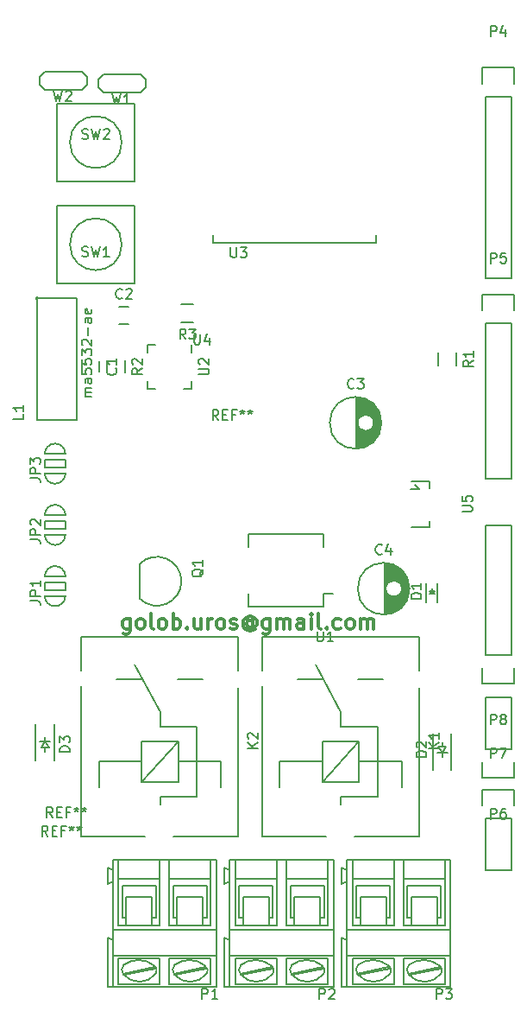
<source format=gbr>
G04 #@! TF.FileFunction,Legend,Top*
%FSLAX46Y46*%
G04 Gerber Fmt 4.6, Leading zero omitted, Abs format (unit mm)*
G04 Created by KiCad (PCBNEW (2015-08-08 BZR 6073)-product) date Wed 12 Aug 2015 11:12:04 CEST*
%MOMM*%
G01*
G04 APERTURE LIST*
%ADD10C,0.100000*%
%ADD11C,0.300000*%
%ADD12C,0.150000*%
%ADD13C,0.152400*%
%ADD14C,0.203200*%
G04 APERTURE END LIST*
D10*
D11*
X30357143Y-92678571D02*
X30357143Y-93892857D01*
X30285714Y-94035714D01*
X30214286Y-94107143D01*
X30071429Y-94178571D01*
X29857143Y-94178571D01*
X29714286Y-94107143D01*
X30357143Y-93607143D02*
X30214286Y-93678571D01*
X29928572Y-93678571D01*
X29785714Y-93607143D01*
X29714286Y-93535714D01*
X29642857Y-93392857D01*
X29642857Y-92964286D01*
X29714286Y-92821429D01*
X29785714Y-92750000D01*
X29928572Y-92678571D01*
X30214286Y-92678571D01*
X30357143Y-92750000D01*
X31285715Y-93678571D02*
X31142857Y-93607143D01*
X31071429Y-93535714D01*
X31000000Y-93392857D01*
X31000000Y-92964286D01*
X31071429Y-92821429D01*
X31142857Y-92750000D01*
X31285715Y-92678571D01*
X31500000Y-92678571D01*
X31642857Y-92750000D01*
X31714286Y-92821429D01*
X31785715Y-92964286D01*
X31785715Y-93392857D01*
X31714286Y-93535714D01*
X31642857Y-93607143D01*
X31500000Y-93678571D01*
X31285715Y-93678571D01*
X32642858Y-93678571D02*
X32500000Y-93607143D01*
X32428572Y-93464286D01*
X32428572Y-92178571D01*
X33428572Y-93678571D02*
X33285714Y-93607143D01*
X33214286Y-93535714D01*
X33142857Y-93392857D01*
X33142857Y-92964286D01*
X33214286Y-92821429D01*
X33285714Y-92750000D01*
X33428572Y-92678571D01*
X33642857Y-92678571D01*
X33785714Y-92750000D01*
X33857143Y-92821429D01*
X33928572Y-92964286D01*
X33928572Y-93392857D01*
X33857143Y-93535714D01*
X33785714Y-93607143D01*
X33642857Y-93678571D01*
X33428572Y-93678571D01*
X34571429Y-93678571D02*
X34571429Y-92178571D01*
X34571429Y-92750000D02*
X34714286Y-92678571D01*
X35000000Y-92678571D01*
X35142857Y-92750000D01*
X35214286Y-92821429D01*
X35285715Y-92964286D01*
X35285715Y-93392857D01*
X35214286Y-93535714D01*
X35142857Y-93607143D01*
X35000000Y-93678571D01*
X34714286Y-93678571D01*
X34571429Y-93607143D01*
X35928572Y-93535714D02*
X36000000Y-93607143D01*
X35928572Y-93678571D01*
X35857143Y-93607143D01*
X35928572Y-93535714D01*
X35928572Y-93678571D01*
X37285715Y-92678571D02*
X37285715Y-93678571D01*
X36642858Y-92678571D02*
X36642858Y-93464286D01*
X36714286Y-93607143D01*
X36857144Y-93678571D01*
X37071429Y-93678571D01*
X37214286Y-93607143D01*
X37285715Y-93535714D01*
X38000001Y-93678571D02*
X38000001Y-92678571D01*
X38000001Y-92964286D02*
X38071429Y-92821429D01*
X38142858Y-92750000D01*
X38285715Y-92678571D01*
X38428572Y-92678571D01*
X39142858Y-93678571D02*
X39000000Y-93607143D01*
X38928572Y-93535714D01*
X38857143Y-93392857D01*
X38857143Y-92964286D01*
X38928572Y-92821429D01*
X39000000Y-92750000D01*
X39142858Y-92678571D01*
X39357143Y-92678571D01*
X39500000Y-92750000D01*
X39571429Y-92821429D01*
X39642858Y-92964286D01*
X39642858Y-93392857D01*
X39571429Y-93535714D01*
X39500000Y-93607143D01*
X39357143Y-93678571D01*
X39142858Y-93678571D01*
X40214286Y-93607143D02*
X40357143Y-93678571D01*
X40642858Y-93678571D01*
X40785715Y-93607143D01*
X40857143Y-93464286D01*
X40857143Y-93392857D01*
X40785715Y-93250000D01*
X40642858Y-93178571D01*
X40428572Y-93178571D01*
X40285715Y-93107143D01*
X40214286Y-92964286D01*
X40214286Y-92892857D01*
X40285715Y-92750000D01*
X40428572Y-92678571D01*
X40642858Y-92678571D01*
X40785715Y-92750000D01*
X42428572Y-92964286D02*
X42357144Y-92892857D01*
X42214287Y-92821429D01*
X42071429Y-92821429D01*
X41928572Y-92892857D01*
X41857144Y-92964286D01*
X41785715Y-93107143D01*
X41785715Y-93250000D01*
X41857144Y-93392857D01*
X41928572Y-93464286D01*
X42071429Y-93535714D01*
X42214287Y-93535714D01*
X42357144Y-93464286D01*
X42428572Y-93392857D01*
X42428572Y-92821429D02*
X42428572Y-93392857D01*
X42500001Y-93464286D01*
X42571429Y-93464286D01*
X42714287Y-93392857D01*
X42785715Y-93250000D01*
X42785715Y-92892857D01*
X42642858Y-92678571D01*
X42428572Y-92535714D01*
X42142858Y-92464286D01*
X41857144Y-92535714D01*
X41642858Y-92678571D01*
X41500001Y-92892857D01*
X41428572Y-93178571D01*
X41500001Y-93464286D01*
X41642858Y-93678571D01*
X41857144Y-93821429D01*
X42142858Y-93892857D01*
X42428572Y-93821429D01*
X42642858Y-93678571D01*
X44071429Y-92678571D02*
X44071429Y-93892857D01*
X44000000Y-94035714D01*
X43928572Y-94107143D01*
X43785715Y-94178571D01*
X43571429Y-94178571D01*
X43428572Y-94107143D01*
X44071429Y-93607143D02*
X43928572Y-93678571D01*
X43642858Y-93678571D01*
X43500000Y-93607143D01*
X43428572Y-93535714D01*
X43357143Y-93392857D01*
X43357143Y-92964286D01*
X43428572Y-92821429D01*
X43500000Y-92750000D01*
X43642858Y-92678571D01*
X43928572Y-92678571D01*
X44071429Y-92750000D01*
X44785715Y-93678571D02*
X44785715Y-92678571D01*
X44785715Y-92821429D02*
X44857143Y-92750000D01*
X45000001Y-92678571D01*
X45214286Y-92678571D01*
X45357143Y-92750000D01*
X45428572Y-92892857D01*
X45428572Y-93678571D01*
X45428572Y-92892857D02*
X45500001Y-92750000D01*
X45642858Y-92678571D01*
X45857143Y-92678571D01*
X46000001Y-92750000D01*
X46071429Y-92892857D01*
X46071429Y-93678571D01*
X47428572Y-93678571D02*
X47428572Y-92892857D01*
X47357143Y-92750000D01*
X47214286Y-92678571D01*
X46928572Y-92678571D01*
X46785715Y-92750000D01*
X47428572Y-93607143D02*
X47285715Y-93678571D01*
X46928572Y-93678571D01*
X46785715Y-93607143D01*
X46714286Y-93464286D01*
X46714286Y-93321429D01*
X46785715Y-93178571D01*
X46928572Y-93107143D01*
X47285715Y-93107143D01*
X47428572Y-93035714D01*
X48142858Y-93678571D02*
X48142858Y-92678571D01*
X48142858Y-92178571D02*
X48071429Y-92250000D01*
X48142858Y-92321429D01*
X48214286Y-92250000D01*
X48142858Y-92178571D01*
X48142858Y-92321429D01*
X49071430Y-93678571D02*
X48928572Y-93607143D01*
X48857144Y-93464286D01*
X48857144Y-92178571D01*
X49642858Y-93535714D02*
X49714286Y-93607143D01*
X49642858Y-93678571D01*
X49571429Y-93607143D01*
X49642858Y-93535714D01*
X49642858Y-93678571D01*
X51000001Y-93607143D02*
X50857144Y-93678571D01*
X50571430Y-93678571D01*
X50428572Y-93607143D01*
X50357144Y-93535714D01*
X50285715Y-93392857D01*
X50285715Y-92964286D01*
X50357144Y-92821429D01*
X50428572Y-92750000D01*
X50571430Y-92678571D01*
X50857144Y-92678571D01*
X51000001Y-92750000D01*
X51857144Y-93678571D02*
X51714286Y-93607143D01*
X51642858Y-93535714D01*
X51571429Y-93392857D01*
X51571429Y-92964286D01*
X51642858Y-92821429D01*
X51714286Y-92750000D01*
X51857144Y-92678571D01*
X52071429Y-92678571D01*
X52214286Y-92750000D01*
X52285715Y-92821429D01*
X52357144Y-92964286D01*
X52357144Y-93392857D01*
X52285715Y-93535714D01*
X52214286Y-93607143D01*
X52071429Y-93678571D01*
X51857144Y-93678571D01*
X53000001Y-93678571D02*
X53000001Y-92678571D01*
X53000001Y-92821429D02*
X53071429Y-92750000D01*
X53214287Y-92678571D01*
X53428572Y-92678571D01*
X53571429Y-92750000D01*
X53642858Y-92892857D01*
X53642858Y-93678571D01*
X53642858Y-92892857D02*
X53714287Y-92750000D01*
X53857144Y-92678571D01*
X54071429Y-92678571D01*
X54214287Y-92750000D01*
X54285715Y-92892857D01*
X54285715Y-93678571D01*
D12*
X27350000Y-68500000D02*
X27350000Y-67500000D01*
X25650000Y-67500000D02*
X25650000Y-68500000D01*
X30250000Y-62150000D02*
X29250000Y-62150000D01*
X29250000Y-63850000D02*
X30250000Y-63850000D01*
X60550000Y-91100000D02*
X60550000Y-89200000D01*
X59450000Y-91100000D02*
X59450000Y-89200000D01*
X60000000Y-90200000D02*
X60000000Y-89750000D01*
X59750000Y-90250000D02*
X60250000Y-90250000D01*
X60000000Y-90250000D02*
X59750000Y-90000000D01*
X59750000Y-90000000D02*
X60250000Y-90000000D01*
X60250000Y-90000000D02*
X60000000Y-90250000D01*
X61000000Y-105182500D02*
X61000000Y-104801500D01*
X61000000Y-106198500D02*
X61000000Y-105817500D01*
X61000000Y-105817500D02*
X60619000Y-105182500D01*
X60619000Y-105182500D02*
X61381000Y-105182500D01*
X61381000Y-105182500D02*
X61000000Y-105817500D01*
X60492000Y-105817500D02*
X61508000Y-105817500D01*
X61900000Y-107500000D02*
X61900000Y-103960000D01*
X60100000Y-107500000D02*
X60100000Y-103960000D01*
X21350000Y-61250000D02*
X25150000Y-61250000D01*
X25150000Y-61250000D02*
X25150000Y-73250000D01*
X25150000Y-73250000D02*
X21250000Y-73250000D01*
X21250000Y-73250000D02*
X21250000Y-61150000D01*
X21250000Y-61150000D02*
X21150000Y-61350000D01*
X37509600Y-119960000D02*
X34969600Y-119960000D01*
X34969600Y-119960000D02*
X34969600Y-122754000D01*
X37509600Y-122754000D02*
X34969600Y-122754000D01*
X37509600Y-119960000D02*
X37509600Y-122754000D01*
X32505800Y-119960000D02*
X29965800Y-119960000D01*
X29965800Y-119960000D02*
X29965800Y-122754000D01*
X32505800Y-122754000D02*
X29965800Y-122754000D01*
X32505800Y-119960000D02*
X32505800Y-122754000D01*
X28645000Y-128723000D02*
X28645000Y-125675000D01*
X28645000Y-128723000D02*
X38830000Y-128723000D01*
X28645000Y-128723000D02*
X28137000Y-128723000D01*
X28137000Y-128723000D02*
X28137000Y-123897000D01*
X28137000Y-123897000D02*
X28645000Y-124151000D01*
X28137000Y-117039000D02*
X28645000Y-117293000D01*
X28645000Y-117293000D02*
X28645000Y-116277000D01*
X28137000Y-118690000D02*
X28645000Y-118436000D01*
X28645000Y-118436000D02*
X28645000Y-117293000D01*
X28137000Y-118690000D02*
X28137000Y-117039000D01*
X33267800Y-116277000D02*
X33267800Y-118182000D01*
X29203800Y-122754000D02*
X29203800Y-118182000D01*
X33267800Y-116277000D02*
X29203800Y-116277000D01*
X29203800Y-116277000D02*
X28645000Y-116277000D01*
X34207600Y-116277000D02*
X34207600Y-118182000D01*
X34207600Y-116277000D02*
X33267800Y-116277000D01*
X38271600Y-122754000D02*
X38271600Y-118182000D01*
X38830000Y-116277000D02*
X38271600Y-116277000D01*
X38271600Y-116277000D02*
X34207600Y-116277000D01*
X33267800Y-118182000D02*
X29203800Y-118182000D01*
X33267800Y-118182000D02*
X33267800Y-122754000D01*
X29203800Y-118182000D02*
X29203800Y-116277000D01*
X34207600Y-118182000D02*
X38271600Y-118182000D01*
X34207600Y-118182000D02*
X34207600Y-122754000D01*
X38271600Y-118182000D02*
X38271600Y-116277000D01*
X29584800Y-118817000D02*
X29584800Y-121992000D01*
X29584800Y-118817000D02*
X32886800Y-118817000D01*
X32886800Y-118817000D02*
X32886800Y-121992000D01*
X34588600Y-118817000D02*
X34588600Y-121992000D01*
X34588600Y-118817000D02*
X37890600Y-118817000D01*
X37890600Y-118817000D02*
X37890600Y-121992000D01*
X37890600Y-121992000D02*
X37509600Y-121992000D01*
X34588600Y-121992000D02*
X34969600Y-121992000D01*
X32886800Y-121992000D02*
X32505800Y-121992000D01*
X29584800Y-121992000D02*
X29965800Y-121992000D01*
X38830000Y-116277000D02*
X38830000Y-123135000D01*
X38830000Y-123135000D02*
X38830000Y-125675000D01*
X28645000Y-124151000D02*
X28645000Y-123135000D01*
X28645000Y-123135000D02*
X28645000Y-118436000D01*
X38830000Y-125675000D02*
X28645000Y-125675000D01*
X38830000Y-125675000D02*
X38830000Y-128723000D01*
X28645000Y-125675000D02*
X28645000Y-124151000D01*
X33267800Y-125929000D02*
X33267800Y-128469000D01*
X33267800Y-128469000D02*
X29203800Y-128469000D01*
X29203800Y-128469000D02*
X29203800Y-125929000D01*
X29203800Y-125929000D02*
X33267800Y-125929000D01*
X34207600Y-125929000D02*
X34207600Y-128469000D01*
X34207600Y-125929000D02*
X38271600Y-125929000D01*
X38271600Y-125929000D02*
X38271600Y-128469000D01*
X34207600Y-128469000D02*
X38271600Y-128469000D01*
X32861400Y-126945000D02*
X29813400Y-127580000D01*
X32734400Y-126818000D02*
X29686400Y-127453000D01*
X37865200Y-126945000D02*
X34814660Y-127580000D01*
X37738200Y-126818000D02*
X34690200Y-127453000D01*
X38271600Y-122754000D02*
X37890600Y-122754000D01*
X34207600Y-122754000D02*
X34588600Y-122754000D01*
X34588600Y-122754000D02*
X37890600Y-122754000D01*
X38830000Y-123135000D02*
X37890600Y-123135000D01*
X37890600Y-123135000D02*
X34588600Y-123135000D01*
X34588600Y-123135000D02*
X32886800Y-123135000D01*
X28645000Y-123135000D02*
X29584800Y-123135000D01*
X29584800Y-123135000D02*
X32886800Y-123135000D01*
X29203800Y-122754000D02*
X29584800Y-122754000D01*
X33267800Y-122754000D02*
X32886800Y-122754000D01*
X32886800Y-122754000D02*
X29584800Y-122754000D01*
X29767028Y-126585430D02*
G75*
G03X29714340Y-127552060I452772J-509430D01*
G01*
X32709728Y-126665104D02*
G75*
G03X29721960Y-126617340I-1524728J-1905496D01*
G01*
X29710589Y-127556844D02*
G75*
G03X32861400Y-127503800I1553151J1348444D01*
G01*
X32810097Y-127553481D02*
G75*
G03X32668360Y-126627500I-431297J407821D01*
G01*
X34770851Y-126582890D02*
G75*
G03X34715600Y-127552060I452749J-511970D01*
G01*
X37710988Y-126665104D02*
G75*
G03X34723220Y-126617340I-1524728J-1905496D01*
G01*
X34708427Y-127561847D02*
G75*
G03X37865200Y-127503800I1554033J1353447D01*
G01*
X37814520Y-127551019D02*
G75*
G03X37669620Y-126627500I-431920J405359D01*
G01*
X49009600Y-119960000D02*
X46469600Y-119960000D01*
X46469600Y-119960000D02*
X46469600Y-122754000D01*
X49009600Y-122754000D02*
X46469600Y-122754000D01*
X49009600Y-119960000D02*
X49009600Y-122754000D01*
X44005800Y-119960000D02*
X41465800Y-119960000D01*
X41465800Y-119960000D02*
X41465800Y-122754000D01*
X44005800Y-122754000D02*
X41465800Y-122754000D01*
X44005800Y-119960000D02*
X44005800Y-122754000D01*
X40145000Y-128723000D02*
X40145000Y-125675000D01*
X40145000Y-128723000D02*
X50330000Y-128723000D01*
X40145000Y-128723000D02*
X39637000Y-128723000D01*
X39637000Y-128723000D02*
X39637000Y-123897000D01*
X39637000Y-123897000D02*
X40145000Y-124151000D01*
X39637000Y-117039000D02*
X40145000Y-117293000D01*
X40145000Y-117293000D02*
X40145000Y-116277000D01*
X39637000Y-118690000D02*
X40145000Y-118436000D01*
X40145000Y-118436000D02*
X40145000Y-117293000D01*
X39637000Y-118690000D02*
X39637000Y-117039000D01*
X44767800Y-116277000D02*
X44767800Y-118182000D01*
X40703800Y-122754000D02*
X40703800Y-118182000D01*
X44767800Y-116277000D02*
X40703800Y-116277000D01*
X40703800Y-116277000D02*
X40145000Y-116277000D01*
X45707600Y-116277000D02*
X45707600Y-118182000D01*
X45707600Y-116277000D02*
X44767800Y-116277000D01*
X49771600Y-122754000D02*
X49771600Y-118182000D01*
X50330000Y-116277000D02*
X49771600Y-116277000D01*
X49771600Y-116277000D02*
X45707600Y-116277000D01*
X44767800Y-118182000D02*
X40703800Y-118182000D01*
X44767800Y-118182000D02*
X44767800Y-122754000D01*
X40703800Y-118182000D02*
X40703800Y-116277000D01*
X45707600Y-118182000D02*
X49771600Y-118182000D01*
X45707600Y-118182000D02*
X45707600Y-122754000D01*
X49771600Y-118182000D02*
X49771600Y-116277000D01*
X41084800Y-118817000D02*
X41084800Y-121992000D01*
X41084800Y-118817000D02*
X44386800Y-118817000D01*
X44386800Y-118817000D02*
X44386800Y-121992000D01*
X46088600Y-118817000D02*
X46088600Y-121992000D01*
X46088600Y-118817000D02*
X49390600Y-118817000D01*
X49390600Y-118817000D02*
X49390600Y-121992000D01*
X49390600Y-121992000D02*
X49009600Y-121992000D01*
X46088600Y-121992000D02*
X46469600Y-121992000D01*
X44386800Y-121992000D02*
X44005800Y-121992000D01*
X41084800Y-121992000D02*
X41465800Y-121992000D01*
X50330000Y-116277000D02*
X50330000Y-123135000D01*
X50330000Y-123135000D02*
X50330000Y-125675000D01*
X40145000Y-124151000D02*
X40145000Y-123135000D01*
X40145000Y-123135000D02*
X40145000Y-118436000D01*
X50330000Y-125675000D02*
X40145000Y-125675000D01*
X50330000Y-125675000D02*
X50330000Y-128723000D01*
X40145000Y-125675000D02*
X40145000Y-124151000D01*
X44767800Y-125929000D02*
X44767800Y-128469000D01*
X44767800Y-128469000D02*
X40703800Y-128469000D01*
X40703800Y-128469000D02*
X40703800Y-125929000D01*
X40703800Y-125929000D02*
X44767800Y-125929000D01*
X45707600Y-125929000D02*
X45707600Y-128469000D01*
X45707600Y-125929000D02*
X49771600Y-125929000D01*
X49771600Y-125929000D02*
X49771600Y-128469000D01*
X45707600Y-128469000D02*
X49771600Y-128469000D01*
X44361400Y-126945000D02*
X41313400Y-127580000D01*
X44234400Y-126818000D02*
X41186400Y-127453000D01*
X49365200Y-126945000D02*
X46314660Y-127580000D01*
X49238200Y-126818000D02*
X46190200Y-127453000D01*
X49771600Y-122754000D02*
X49390600Y-122754000D01*
X45707600Y-122754000D02*
X46088600Y-122754000D01*
X46088600Y-122754000D02*
X49390600Y-122754000D01*
X50330000Y-123135000D02*
X49390600Y-123135000D01*
X49390600Y-123135000D02*
X46088600Y-123135000D01*
X46088600Y-123135000D02*
X44386800Y-123135000D01*
X40145000Y-123135000D02*
X41084800Y-123135000D01*
X41084800Y-123135000D02*
X44386800Y-123135000D01*
X40703800Y-122754000D02*
X41084800Y-122754000D01*
X44767800Y-122754000D02*
X44386800Y-122754000D01*
X44386800Y-122754000D02*
X41084800Y-122754000D01*
X41267028Y-126585430D02*
G75*
G03X41214340Y-127552060I452772J-509430D01*
G01*
X44209728Y-126665104D02*
G75*
G03X41221960Y-126617340I-1524728J-1905496D01*
G01*
X41210589Y-127556844D02*
G75*
G03X44361400Y-127503800I1553151J1348444D01*
G01*
X44310097Y-127553481D02*
G75*
G03X44168360Y-126627500I-431297J407821D01*
G01*
X46270851Y-126582890D02*
G75*
G03X46215600Y-127552060I452749J-511970D01*
G01*
X49210988Y-126665104D02*
G75*
G03X46223220Y-126617340I-1524728J-1905496D01*
G01*
X46208427Y-127561847D02*
G75*
G03X49365200Y-127503800I1554033J1353447D01*
G01*
X49314520Y-127551019D02*
G75*
G03X49169620Y-126627500I-431920J405359D01*
G01*
X60509600Y-119960000D02*
X57969600Y-119960000D01*
X57969600Y-119960000D02*
X57969600Y-122754000D01*
X60509600Y-122754000D02*
X57969600Y-122754000D01*
X60509600Y-119960000D02*
X60509600Y-122754000D01*
X55505800Y-119960000D02*
X52965800Y-119960000D01*
X52965800Y-119960000D02*
X52965800Y-122754000D01*
X55505800Y-122754000D02*
X52965800Y-122754000D01*
X55505800Y-119960000D02*
X55505800Y-122754000D01*
X51645000Y-128723000D02*
X51645000Y-125675000D01*
X51645000Y-128723000D02*
X61830000Y-128723000D01*
X51645000Y-128723000D02*
X51137000Y-128723000D01*
X51137000Y-128723000D02*
X51137000Y-123897000D01*
X51137000Y-123897000D02*
X51645000Y-124151000D01*
X51137000Y-117039000D02*
X51645000Y-117293000D01*
X51645000Y-117293000D02*
X51645000Y-116277000D01*
X51137000Y-118690000D02*
X51645000Y-118436000D01*
X51645000Y-118436000D02*
X51645000Y-117293000D01*
X51137000Y-118690000D02*
X51137000Y-117039000D01*
X56267800Y-116277000D02*
X56267800Y-118182000D01*
X52203800Y-122754000D02*
X52203800Y-118182000D01*
X56267800Y-116277000D02*
X52203800Y-116277000D01*
X52203800Y-116277000D02*
X51645000Y-116277000D01*
X57207600Y-116277000D02*
X57207600Y-118182000D01*
X57207600Y-116277000D02*
X56267800Y-116277000D01*
X61271600Y-122754000D02*
X61271600Y-118182000D01*
X61830000Y-116277000D02*
X61271600Y-116277000D01*
X61271600Y-116277000D02*
X57207600Y-116277000D01*
X56267800Y-118182000D02*
X52203800Y-118182000D01*
X56267800Y-118182000D02*
X56267800Y-122754000D01*
X52203800Y-118182000D02*
X52203800Y-116277000D01*
X57207600Y-118182000D02*
X61271600Y-118182000D01*
X57207600Y-118182000D02*
X57207600Y-122754000D01*
X61271600Y-118182000D02*
X61271600Y-116277000D01*
X52584800Y-118817000D02*
X52584800Y-121992000D01*
X52584800Y-118817000D02*
X55886800Y-118817000D01*
X55886800Y-118817000D02*
X55886800Y-121992000D01*
X57588600Y-118817000D02*
X57588600Y-121992000D01*
X57588600Y-118817000D02*
X60890600Y-118817000D01*
X60890600Y-118817000D02*
X60890600Y-121992000D01*
X60890600Y-121992000D02*
X60509600Y-121992000D01*
X57588600Y-121992000D02*
X57969600Y-121992000D01*
X55886800Y-121992000D02*
X55505800Y-121992000D01*
X52584800Y-121992000D02*
X52965800Y-121992000D01*
X61830000Y-116277000D02*
X61830000Y-123135000D01*
X61830000Y-123135000D02*
X61830000Y-125675000D01*
X51645000Y-124151000D02*
X51645000Y-123135000D01*
X51645000Y-123135000D02*
X51645000Y-118436000D01*
X61830000Y-125675000D02*
X51645000Y-125675000D01*
X61830000Y-125675000D02*
X61830000Y-128723000D01*
X51645000Y-125675000D02*
X51645000Y-124151000D01*
X56267800Y-125929000D02*
X56267800Y-128469000D01*
X56267800Y-128469000D02*
X52203800Y-128469000D01*
X52203800Y-128469000D02*
X52203800Y-125929000D01*
X52203800Y-125929000D02*
X56267800Y-125929000D01*
X57207600Y-125929000D02*
X57207600Y-128469000D01*
X57207600Y-125929000D02*
X61271600Y-125929000D01*
X61271600Y-125929000D02*
X61271600Y-128469000D01*
X57207600Y-128469000D02*
X61271600Y-128469000D01*
X55861400Y-126945000D02*
X52813400Y-127580000D01*
X55734400Y-126818000D02*
X52686400Y-127453000D01*
X60865200Y-126945000D02*
X57814660Y-127580000D01*
X60738200Y-126818000D02*
X57690200Y-127453000D01*
X61271600Y-122754000D02*
X60890600Y-122754000D01*
X57207600Y-122754000D02*
X57588600Y-122754000D01*
X57588600Y-122754000D02*
X60890600Y-122754000D01*
X61830000Y-123135000D02*
X60890600Y-123135000D01*
X60890600Y-123135000D02*
X57588600Y-123135000D01*
X57588600Y-123135000D02*
X55886800Y-123135000D01*
X51645000Y-123135000D02*
X52584800Y-123135000D01*
X52584800Y-123135000D02*
X55886800Y-123135000D01*
X52203800Y-122754000D02*
X52584800Y-122754000D01*
X56267800Y-122754000D02*
X55886800Y-122754000D01*
X55886800Y-122754000D02*
X52584800Y-122754000D01*
X52767028Y-126585430D02*
G75*
G03X52714340Y-127552060I452772J-509430D01*
G01*
X55709728Y-126665104D02*
G75*
G03X52721960Y-126617340I-1524728J-1905496D01*
G01*
X52710589Y-127556844D02*
G75*
G03X55861400Y-127503800I1553151J1348444D01*
G01*
X55810097Y-127553481D02*
G75*
G03X55668360Y-126627500I-431297J407821D01*
G01*
X57770851Y-126582890D02*
G75*
G03X57715600Y-127552060I452749J-511970D01*
G01*
X60710988Y-126665104D02*
G75*
G03X57723220Y-126617340I-1524728J-1905496D01*
G01*
X57708427Y-127561847D02*
G75*
G03X60865200Y-127503800I1554033J1353447D01*
G01*
X60814520Y-127551019D02*
G75*
G03X60669620Y-126627500I-431920J405359D01*
G01*
X67770000Y-41520000D02*
X67770000Y-59300000D01*
X67770000Y-59300000D02*
X65230000Y-59300000D01*
X65230000Y-59300000D02*
X65230000Y-41520000D01*
X68050000Y-38700000D02*
X68050000Y-40250000D01*
X67770000Y-41520000D02*
X65230000Y-41520000D01*
X64950000Y-40250000D02*
X64950000Y-38700000D01*
X64950000Y-38700000D02*
X68050000Y-38700000D01*
X67770000Y-63770000D02*
X67770000Y-79010000D01*
X67770000Y-79010000D02*
X65230000Y-79010000D01*
X65230000Y-79010000D02*
X65230000Y-63770000D01*
X68050000Y-60950000D02*
X68050000Y-62500000D01*
X67770000Y-63770000D02*
X65230000Y-63770000D01*
X64950000Y-62500000D02*
X64950000Y-60950000D01*
X64950000Y-60950000D02*
X68050000Y-60950000D01*
X67770000Y-105480000D02*
X67770000Y-100400000D01*
X67770000Y-100400000D02*
X65230000Y-100400000D01*
X65230000Y-100400000D02*
X65230000Y-105480000D01*
X64950000Y-108300000D02*
X64950000Y-106750000D01*
X65230000Y-105480000D02*
X67770000Y-105480000D01*
X68050000Y-106750000D02*
X68050000Y-108300000D01*
X68050000Y-108300000D02*
X64950000Y-108300000D01*
X65230000Y-112270000D02*
X65230000Y-117350000D01*
X65230000Y-117350000D02*
X67770000Y-117350000D01*
X67770000Y-117350000D02*
X67770000Y-112270000D01*
X68050000Y-109450000D02*
X68050000Y-111000000D01*
X67770000Y-112270000D02*
X65230000Y-112270000D01*
X64950000Y-111000000D02*
X64950000Y-109450000D01*
X64950000Y-109450000D02*
X68050000Y-109450000D01*
X65230000Y-96230000D02*
X65230000Y-83530000D01*
X65230000Y-83530000D02*
X67770000Y-83530000D01*
X67770000Y-83530000D02*
X67770000Y-96230000D01*
X64950000Y-99050000D02*
X64950000Y-97500000D01*
X65230000Y-96230000D02*
X67770000Y-96230000D01*
X68050000Y-97500000D02*
X68050000Y-99050000D01*
X68050000Y-99050000D02*
X64950000Y-99050000D01*
X31300000Y-87320000D02*
X31300000Y-90720000D01*
X31302944Y-87322944D02*
G75*
G02X35400000Y-89020000I1697056J-1697056D01*
G01*
X31302944Y-90717056D02*
G75*
G03X35400000Y-89020000I1697056J1697056D01*
G01*
X60625000Y-67850000D02*
X60625000Y-66650000D01*
X62375000Y-66650000D02*
X62375000Y-67850000D01*
X28125000Y-68600000D02*
X28125000Y-67400000D01*
X29875000Y-67400000D02*
X29875000Y-68600000D01*
X35400000Y-61875000D02*
X36600000Y-61875000D01*
X36600000Y-63625000D02*
X35400000Y-63625000D01*
X29540000Y-56000000D02*
G75*
G03X29540000Y-56000000I-2540000J0D01*
G01*
X30810000Y-59810000D02*
X23190000Y-59810000D01*
X23190000Y-59810000D02*
X23190000Y-52190000D01*
X23190000Y-52190000D02*
X30810000Y-52190000D01*
X30810000Y-59810000D02*
X30810000Y-52190000D01*
X29540000Y-46000000D02*
G75*
G03X29540000Y-46000000I-2540000J0D01*
G01*
X23190000Y-42190000D02*
X30810000Y-42190000D01*
X30810000Y-42190000D02*
X30810000Y-49810000D01*
X30810000Y-49810000D02*
X23190000Y-49810000D01*
X23190000Y-42190000D02*
X23190000Y-49810000D01*
X49365000Y-91545000D02*
X49365000Y-90275000D01*
X42015000Y-91545000D02*
X42015000Y-90275000D01*
X42015000Y-84415000D02*
X42015000Y-85685000D01*
X49365000Y-84415000D02*
X49365000Y-85685000D01*
X49365000Y-91545000D02*
X42015000Y-91545000D01*
X49365000Y-84415000D02*
X42015000Y-84415000D01*
X49365000Y-90275000D02*
X50300000Y-90275000D01*
X36425000Y-70175000D02*
X35625000Y-70175000D01*
X32075000Y-65825000D02*
X32875000Y-65825000D01*
X32075000Y-70175000D02*
X32875000Y-70175000D01*
X36425000Y-65825000D02*
X36425000Y-66625000D01*
X32075000Y-65825000D02*
X32075000Y-66625000D01*
X32075000Y-70175000D02*
X32075000Y-69375000D01*
X36425000Y-70175000D02*
X36425000Y-69375000D01*
D13*
X38484000Y-55109000D02*
X38484000Y-55871000D01*
X38484000Y-55871000D02*
X54486000Y-55871000D01*
X54486000Y-55871000D02*
X54486000Y-55109000D01*
D12*
X58299340Y-79600080D02*
X58599060Y-79849000D01*
X58599060Y-79849000D02*
X58748920Y-79950600D01*
X58748920Y-79950600D02*
X57900560Y-79950600D01*
X59800480Y-79249560D02*
X57999620Y-79249560D01*
X59800480Y-79249560D02*
X59800480Y-79899800D01*
X59800480Y-83750440D02*
X57999620Y-83750440D01*
X59800480Y-83750440D02*
X59800480Y-83100200D01*
X31405000Y-41139000D02*
X27722000Y-41139000D01*
X27722000Y-41139000D02*
X27214000Y-40631000D01*
X27214000Y-40631000D02*
X27214000Y-39869000D01*
X27214000Y-39869000D02*
X27722000Y-39361000D01*
X27722000Y-39361000D02*
X31405000Y-39361000D01*
X31405000Y-39361000D02*
X31913000Y-39869000D01*
X31913000Y-39869000D02*
X31913000Y-40631000D01*
X31913000Y-40631000D02*
X31405000Y-41139000D01*
X25655000Y-40889000D02*
X21972000Y-40889000D01*
X21972000Y-40889000D02*
X21464000Y-40381000D01*
X21464000Y-40381000D02*
X21464000Y-39619000D01*
X21464000Y-39619000D02*
X21972000Y-39111000D01*
X21972000Y-39111000D02*
X25655000Y-39111000D01*
X25655000Y-39111000D02*
X26163000Y-39619000D01*
X26163000Y-39619000D02*
X26163000Y-40381000D01*
X26163000Y-40381000D02*
X25655000Y-40889000D01*
D14*
X24000000Y-89100000D02*
X22000000Y-89100000D01*
X22000000Y-89100000D02*
X22000000Y-89900000D01*
X22000000Y-89900000D02*
X24000000Y-89900000D01*
X24000000Y-89900000D02*
X24000000Y-89100000D01*
X21984000Y-90454000D02*
X24016000Y-90454000D01*
X24016000Y-88546000D02*
X21984000Y-88546000D01*
X21984000Y-90454000D02*
G75*
G03X23000000Y-91470000I1016000J0D01*
G01*
X23000000Y-91470000D02*
G75*
G03X24016000Y-90454000I0J1016000D01*
G01*
X24016000Y-88546000D02*
G75*
G03X23000000Y-87530000I-1016000J0D01*
G01*
X23000000Y-87530000D02*
G75*
G03X21984000Y-88546000I0J-1016000D01*
G01*
X24000000Y-83100000D02*
X22000000Y-83100000D01*
X22000000Y-83100000D02*
X22000000Y-83900000D01*
X22000000Y-83900000D02*
X24000000Y-83900000D01*
X24000000Y-83900000D02*
X24000000Y-83100000D01*
X21984000Y-84454000D02*
X24016000Y-84454000D01*
X24016000Y-82546000D02*
X21984000Y-82546000D01*
X21984000Y-84454000D02*
G75*
G03X23000000Y-85470000I1016000J0D01*
G01*
X23000000Y-85470000D02*
G75*
G03X24016000Y-84454000I0J1016000D01*
G01*
X24016000Y-82546000D02*
G75*
G03X23000000Y-81530000I-1016000J0D01*
G01*
X23000000Y-81530000D02*
G75*
G03X21984000Y-82546000I0J-1016000D01*
G01*
X24000000Y-77100000D02*
X22000000Y-77100000D01*
X22000000Y-77100000D02*
X22000000Y-77900000D01*
X22000000Y-77900000D02*
X24000000Y-77900000D01*
X24000000Y-77900000D02*
X24000000Y-77100000D01*
X21984000Y-78454000D02*
X24016000Y-78454000D01*
X24016000Y-76546000D02*
X21984000Y-76546000D01*
X21984000Y-78454000D02*
G75*
G03X23000000Y-79470000I1016000J0D01*
G01*
X23000000Y-79470000D02*
G75*
G03X24016000Y-78454000I0J1016000D01*
G01*
X24016000Y-76546000D02*
G75*
G03X23000000Y-75530000I-1016000J0D01*
G01*
X23000000Y-75530000D02*
G75*
G03X21984000Y-76546000I0J-1016000D01*
G01*
D12*
X52575000Y-71001000D02*
X52575000Y-75999000D01*
X52715000Y-71009000D02*
X52715000Y-73346000D01*
X52715000Y-73654000D02*
X52715000Y-75991000D01*
X52855000Y-71025000D02*
X52855000Y-73027000D01*
X52855000Y-73973000D02*
X52855000Y-75975000D01*
X52995000Y-71049000D02*
X52995000Y-72880000D01*
X52995000Y-74120000D02*
X52995000Y-75951000D01*
X53135000Y-71082000D02*
X53135000Y-72788000D01*
X53135000Y-74212000D02*
X53135000Y-75918000D01*
X53275000Y-71123000D02*
X53275000Y-72732000D01*
X53275000Y-74268000D02*
X53275000Y-75877000D01*
X53415000Y-71173000D02*
X53415000Y-72705000D01*
X53415000Y-74295000D02*
X53415000Y-75827000D01*
X53555000Y-71234000D02*
X53555000Y-72702000D01*
X53555000Y-74298000D02*
X53555000Y-75766000D01*
X53695000Y-71304000D02*
X53695000Y-72724000D01*
X53695000Y-74276000D02*
X53695000Y-75696000D01*
X53835000Y-71386000D02*
X53835000Y-72774000D01*
X53835000Y-74226000D02*
X53835000Y-75614000D01*
X53975000Y-71481000D02*
X53975000Y-72856000D01*
X53975000Y-74144000D02*
X53975000Y-75519000D01*
X54115000Y-71592000D02*
X54115000Y-72988000D01*
X54115000Y-74012000D02*
X54115000Y-75408000D01*
X54255000Y-71720000D02*
X54255000Y-73235000D01*
X54255000Y-73765000D02*
X54255000Y-75280000D01*
X54395000Y-71869000D02*
X54395000Y-75131000D01*
X54535000Y-72048000D02*
X54535000Y-74952000D01*
X54675000Y-72267000D02*
X54675000Y-74733000D01*
X54815000Y-72556000D02*
X54815000Y-74444000D01*
X54955000Y-73028000D02*
X54955000Y-73972000D01*
X54300000Y-73500000D02*
G75*
G03X54300000Y-73500000I-800000J0D01*
G01*
X55037500Y-73500000D02*
G75*
G03X55037500Y-73500000I-2537500J0D01*
G01*
X55325000Y-87251000D02*
X55325000Y-92249000D01*
X55465000Y-87259000D02*
X55465000Y-89596000D01*
X55465000Y-89904000D02*
X55465000Y-92241000D01*
X55605000Y-87275000D02*
X55605000Y-89277000D01*
X55605000Y-90223000D02*
X55605000Y-92225000D01*
X55745000Y-87299000D02*
X55745000Y-89130000D01*
X55745000Y-90370000D02*
X55745000Y-92201000D01*
X55885000Y-87332000D02*
X55885000Y-89038000D01*
X55885000Y-90462000D02*
X55885000Y-92168000D01*
X56025000Y-87373000D02*
X56025000Y-88982000D01*
X56025000Y-90518000D02*
X56025000Y-92127000D01*
X56165000Y-87423000D02*
X56165000Y-88955000D01*
X56165000Y-90545000D02*
X56165000Y-92077000D01*
X56305000Y-87484000D02*
X56305000Y-88952000D01*
X56305000Y-90548000D02*
X56305000Y-92016000D01*
X56445000Y-87554000D02*
X56445000Y-88974000D01*
X56445000Y-90526000D02*
X56445000Y-91946000D01*
X56585000Y-87636000D02*
X56585000Y-89024000D01*
X56585000Y-90476000D02*
X56585000Y-91864000D01*
X56725000Y-87731000D02*
X56725000Y-89106000D01*
X56725000Y-90394000D02*
X56725000Y-91769000D01*
X56865000Y-87842000D02*
X56865000Y-89238000D01*
X56865000Y-90262000D02*
X56865000Y-91658000D01*
X57005000Y-87970000D02*
X57005000Y-89485000D01*
X57005000Y-90015000D02*
X57005000Y-91530000D01*
X57145000Y-88119000D02*
X57145000Y-91381000D01*
X57285000Y-88298000D02*
X57285000Y-91202000D01*
X57425000Y-88517000D02*
X57425000Y-90983000D01*
X57565000Y-88806000D02*
X57565000Y-90694000D01*
X57705000Y-89278000D02*
X57705000Y-90222000D01*
X57050000Y-89750000D02*
G75*
G03X57050000Y-89750000I-800000J0D01*
G01*
X57787500Y-89750000D02*
G75*
G03X57787500Y-89750000I-2537500J0D01*
G01*
X58700000Y-97750000D02*
X58700000Y-94450000D01*
X58700000Y-94450000D02*
X43300000Y-94450000D01*
X43300000Y-94450000D02*
X43300000Y-97800000D01*
X52350000Y-114050000D02*
X58700000Y-114050000D01*
X58700000Y-114050000D02*
X58700000Y-99500000D01*
X49600000Y-114050000D02*
X43300000Y-114050000D01*
X43300000Y-114050000D02*
X43300000Y-99300000D01*
X43350000Y-114050000D02*
X49600000Y-114050000D01*
X55200000Y-98600000D02*
X52750000Y-98600000D01*
X46800000Y-98600000D02*
X49300000Y-98600000D01*
X57050000Y-109200000D02*
X57050000Y-106700000D01*
X51050000Y-110100000D02*
X51050000Y-110900000D01*
X45050000Y-106700000D02*
X45050000Y-109200000D01*
X51050000Y-103300000D02*
X51050000Y-101800000D01*
X51050000Y-101800000D02*
X48550000Y-97200000D01*
X54650000Y-103300000D02*
X54650000Y-110100000D01*
X51050000Y-103300000D02*
X54650000Y-103300000D01*
X51050000Y-110100000D02*
X54650000Y-110100000D01*
X45050000Y-106700000D02*
X49250000Y-106700000D01*
X52850000Y-106700000D02*
X57050000Y-106700000D01*
X52850000Y-104700000D02*
X49250000Y-108700000D01*
X52850000Y-108700000D02*
X49250000Y-108700000D01*
X49250000Y-108700000D02*
X49250000Y-104700000D01*
X49250000Y-104700000D02*
X52850000Y-104700000D01*
X52850000Y-104700000D02*
X52850000Y-108700000D01*
X40950000Y-97750000D02*
X40950000Y-94450000D01*
X40950000Y-94450000D02*
X25550000Y-94450000D01*
X25550000Y-94450000D02*
X25550000Y-97800000D01*
X34600000Y-114050000D02*
X40950000Y-114050000D01*
X40950000Y-114050000D02*
X40950000Y-99500000D01*
X31850000Y-114050000D02*
X25550000Y-114050000D01*
X25550000Y-114050000D02*
X25550000Y-99300000D01*
X25600000Y-114050000D02*
X31850000Y-114050000D01*
X37450000Y-98600000D02*
X35000000Y-98600000D01*
X29050000Y-98600000D02*
X31550000Y-98600000D01*
X39300000Y-109200000D02*
X39300000Y-106700000D01*
X33300000Y-110100000D02*
X33300000Y-110900000D01*
X27300000Y-106700000D02*
X27300000Y-109200000D01*
X33300000Y-103300000D02*
X33300000Y-101800000D01*
X33300000Y-101800000D02*
X30800000Y-97200000D01*
X36900000Y-103300000D02*
X36900000Y-110100000D01*
X33300000Y-103300000D02*
X36900000Y-103300000D01*
X33300000Y-110100000D02*
X36900000Y-110100000D01*
X27300000Y-106700000D02*
X31500000Y-106700000D01*
X35100000Y-106700000D02*
X39300000Y-106700000D01*
X35100000Y-104700000D02*
X31500000Y-108700000D01*
X35100000Y-108700000D02*
X31500000Y-108700000D01*
X31500000Y-108700000D02*
X31500000Y-104700000D01*
X31500000Y-104700000D02*
X35100000Y-104700000D01*
X35100000Y-104700000D02*
X35100000Y-108700000D01*
X22000000Y-105317500D02*
X22000000Y-105698500D01*
X22000000Y-104301500D02*
X22000000Y-104682500D01*
X22000000Y-104682500D02*
X22381000Y-105317500D01*
X22381000Y-105317500D02*
X21619000Y-105317500D01*
X21619000Y-105317500D02*
X22000000Y-104682500D01*
X22508000Y-104682500D02*
X21492000Y-104682500D01*
X21100000Y-103000000D02*
X21100000Y-106540000D01*
X22900000Y-103000000D02*
X22900000Y-106540000D01*
X28957143Y-68166666D02*
X29004762Y-68214285D01*
X29052381Y-68357142D01*
X29052381Y-68452380D01*
X29004762Y-68595238D01*
X28909524Y-68690476D01*
X28814286Y-68738095D01*
X28623810Y-68785714D01*
X28480952Y-68785714D01*
X28290476Y-68738095D01*
X28195238Y-68690476D01*
X28100000Y-68595238D01*
X28052381Y-68452380D01*
X28052381Y-68357142D01*
X28100000Y-68214285D01*
X28147619Y-68166666D01*
X29052381Y-67214285D02*
X29052381Y-67785714D01*
X29052381Y-67500000D02*
X28052381Y-67500000D01*
X28195238Y-67595238D01*
X28290476Y-67690476D01*
X28338095Y-67785714D01*
X29583334Y-61257143D02*
X29535715Y-61304762D01*
X29392858Y-61352381D01*
X29297620Y-61352381D01*
X29154762Y-61304762D01*
X29059524Y-61209524D01*
X29011905Y-61114286D01*
X28964286Y-60923810D01*
X28964286Y-60780952D01*
X29011905Y-60590476D01*
X29059524Y-60495238D01*
X29154762Y-60400000D01*
X29297620Y-60352381D01*
X29392858Y-60352381D01*
X29535715Y-60400000D01*
X29583334Y-60447619D01*
X29964286Y-60447619D02*
X30011905Y-60400000D01*
X30107143Y-60352381D01*
X30345239Y-60352381D01*
X30440477Y-60400000D01*
X30488096Y-60447619D01*
X30535715Y-60542857D01*
X30535715Y-60638095D01*
X30488096Y-60780952D01*
X29916667Y-61352381D01*
X30535715Y-61352381D01*
X58952381Y-90738095D02*
X57952381Y-90738095D01*
X57952381Y-90500000D01*
X58000000Y-90357142D01*
X58095238Y-90261904D01*
X58190476Y-90214285D01*
X58380952Y-90166666D01*
X58523810Y-90166666D01*
X58714286Y-90214285D01*
X58809524Y-90261904D01*
X58904762Y-90357142D01*
X58952381Y-90500000D01*
X58952381Y-90738095D01*
X58952381Y-89214285D02*
X58952381Y-89785714D01*
X58952381Y-89500000D02*
X57952381Y-89500000D01*
X58095238Y-89595238D01*
X58190476Y-89690476D01*
X58238095Y-89785714D01*
X59452381Y-106238095D02*
X58452381Y-106238095D01*
X58452381Y-106000000D01*
X58500000Y-105857142D01*
X58595238Y-105761904D01*
X58690476Y-105714285D01*
X58880952Y-105666666D01*
X59023810Y-105666666D01*
X59214286Y-105714285D01*
X59309524Y-105761904D01*
X59404762Y-105857142D01*
X59452381Y-106000000D01*
X59452381Y-106238095D01*
X58547619Y-105285714D02*
X58500000Y-105238095D01*
X58452381Y-105142857D01*
X58452381Y-104904761D01*
X58500000Y-104809523D01*
X58547619Y-104761904D01*
X58642857Y-104714285D01*
X58738095Y-104714285D01*
X58880952Y-104761904D01*
X59452381Y-105333333D01*
X59452381Y-104714285D01*
X19902381Y-72616666D02*
X19902381Y-73092857D01*
X18902381Y-73092857D01*
X19902381Y-71759523D02*
X19902381Y-72330952D01*
X19902381Y-72045238D02*
X18902381Y-72045238D01*
X19045238Y-72140476D01*
X19140476Y-72235714D01*
X19188095Y-72330952D01*
X26602381Y-70935714D02*
X25935714Y-70935714D01*
X26030952Y-70935714D02*
X25983333Y-70888095D01*
X25935714Y-70792857D01*
X25935714Y-70649999D01*
X25983333Y-70554761D01*
X26078571Y-70507142D01*
X26602381Y-70507142D01*
X26078571Y-70507142D02*
X25983333Y-70459523D01*
X25935714Y-70364285D01*
X25935714Y-70221428D01*
X25983333Y-70126190D01*
X26078571Y-70078571D01*
X26602381Y-70078571D01*
X26602381Y-69173809D02*
X26078571Y-69173809D01*
X25983333Y-69221428D01*
X25935714Y-69316666D01*
X25935714Y-69507143D01*
X25983333Y-69602381D01*
X26554762Y-69173809D02*
X26602381Y-69269047D01*
X26602381Y-69507143D01*
X26554762Y-69602381D01*
X26459524Y-69650000D01*
X26364286Y-69650000D01*
X26269048Y-69602381D01*
X26221429Y-69507143D01*
X26221429Y-69269047D01*
X26173810Y-69173809D01*
X25602381Y-68221428D02*
X25602381Y-68697619D01*
X26078571Y-68745238D01*
X26030952Y-68697619D01*
X25983333Y-68602381D01*
X25983333Y-68364285D01*
X26030952Y-68269047D01*
X26078571Y-68221428D01*
X26173810Y-68173809D01*
X26411905Y-68173809D01*
X26507143Y-68221428D01*
X26554762Y-68269047D01*
X26602381Y-68364285D01*
X26602381Y-68602381D01*
X26554762Y-68697619D01*
X26507143Y-68745238D01*
X25602381Y-67269047D02*
X25602381Y-67745238D01*
X26078571Y-67792857D01*
X26030952Y-67745238D01*
X25983333Y-67650000D01*
X25983333Y-67411904D01*
X26030952Y-67316666D01*
X26078571Y-67269047D01*
X26173810Y-67221428D01*
X26411905Y-67221428D01*
X26507143Y-67269047D01*
X26554762Y-67316666D01*
X26602381Y-67411904D01*
X26602381Y-67650000D01*
X26554762Y-67745238D01*
X26507143Y-67792857D01*
X25602381Y-66888095D02*
X25602381Y-66269047D01*
X25983333Y-66602381D01*
X25983333Y-66459523D01*
X26030952Y-66364285D01*
X26078571Y-66316666D01*
X26173810Y-66269047D01*
X26411905Y-66269047D01*
X26507143Y-66316666D01*
X26554762Y-66364285D01*
X26602381Y-66459523D01*
X26602381Y-66745238D01*
X26554762Y-66840476D01*
X26507143Y-66888095D01*
X25697619Y-65888095D02*
X25650000Y-65840476D01*
X25602381Y-65745238D01*
X25602381Y-65507142D01*
X25650000Y-65411904D01*
X25697619Y-65364285D01*
X25792857Y-65316666D01*
X25888095Y-65316666D01*
X26030952Y-65364285D01*
X26602381Y-65935714D01*
X26602381Y-65316666D01*
X26221429Y-64888095D02*
X26221429Y-64126190D01*
X26602381Y-63221428D02*
X26078571Y-63221428D01*
X25983333Y-63269047D01*
X25935714Y-63364285D01*
X25935714Y-63554762D01*
X25983333Y-63650000D01*
X26554762Y-63221428D02*
X26602381Y-63316666D01*
X26602381Y-63554762D01*
X26554762Y-63650000D01*
X26459524Y-63697619D01*
X26364286Y-63697619D01*
X26269048Y-63650000D01*
X26221429Y-63554762D01*
X26221429Y-63316666D01*
X26173810Y-63221428D01*
X26554762Y-62364285D02*
X26602381Y-62459523D01*
X26602381Y-62650000D01*
X26554762Y-62745238D01*
X26459524Y-62792857D01*
X26078571Y-62792857D01*
X25983333Y-62745238D01*
X25935714Y-62650000D01*
X25935714Y-62459523D01*
X25983333Y-62364285D01*
X26078571Y-62316666D01*
X26173810Y-62316666D01*
X26269048Y-62792857D01*
X37431905Y-129937381D02*
X37431905Y-128937381D01*
X37812858Y-128937381D01*
X37908096Y-128985000D01*
X37955715Y-129032619D01*
X38003334Y-129127857D01*
X38003334Y-129270714D01*
X37955715Y-129365952D01*
X37908096Y-129413571D01*
X37812858Y-129461190D01*
X37431905Y-129461190D01*
X38955715Y-129937381D02*
X38384286Y-129937381D01*
X38670000Y-129937381D02*
X38670000Y-128937381D01*
X38574762Y-129080238D01*
X38479524Y-129175476D01*
X38384286Y-129223095D01*
X48931905Y-129937381D02*
X48931905Y-128937381D01*
X49312858Y-128937381D01*
X49408096Y-128985000D01*
X49455715Y-129032619D01*
X49503334Y-129127857D01*
X49503334Y-129270714D01*
X49455715Y-129365952D01*
X49408096Y-129413571D01*
X49312858Y-129461190D01*
X48931905Y-129461190D01*
X49884286Y-129032619D02*
X49931905Y-128985000D01*
X50027143Y-128937381D01*
X50265239Y-128937381D01*
X50360477Y-128985000D01*
X50408096Y-129032619D01*
X50455715Y-129127857D01*
X50455715Y-129223095D01*
X50408096Y-129365952D01*
X49836667Y-129937381D01*
X50455715Y-129937381D01*
X60431905Y-129937381D02*
X60431905Y-128937381D01*
X60812858Y-128937381D01*
X60908096Y-128985000D01*
X60955715Y-129032619D01*
X61003334Y-129127857D01*
X61003334Y-129270714D01*
X60955715Y-129365952D01*
X60908096Y-129413571D01*
X60812858Y-129461190D01*
X60431905Y-129461190D01*
X61336667Y-128937381D02*
X61955715Y-128937381D01*
X61622381Y-129318333D01*
X61765239Y-129318333D01*
X61860477Y-129365952D01*
X61908096Y-129413571D01*
X61955715Y-129508810D01*
X61955715Y-129746905D01*
X61908096Y-129842143D01*
X61860477Y-129889762D01*
X61765239Y-129937381D01*
X61479524Y-129937381D01*
X61384286Y-129889762D01*
X61336667Y-129842143D01*
X65761905Y-35602381D02*
X65761905Y-34602381D01*
X66142858Y-34602381D01*
X66238096Y-34650000D01*
X66285715Y-34697619D01*
X66333334Y-34792857D01*
X66333334Y-34935714D01*
X66285715Y-35030952D01*
X66238096Y-35078571D01*
X66142858Y-35126190D01*
X65761905Y-35126190D01*
X67190477Y-34935714D02*
X67190477Y-35602381D01*
X66952381Y-34554762D02*
X66714286Y-35269048D01*
X67333334Y-35269048D01*
X65761905Y-57852381D02*
X65761905Y-56852381D01*
X66142858Y-56852381D01*
X66238096Y-56900000D01*
X66285715Y-56947619D01*
X66333334Y-57042857D01*
X66333334Y-57185714D01*
X66285715Y-57280952D01*
X66238096Y-57328571D01*
X66142858Y-57376190D01*
X65761905Y-57376190D01*
X67238096Y-56852381D02*
X66761905Y-56852381D01*
X66714286Y-57328571D01*
X66761905Y-57280952D01*
X66857143Y-57233333D01*
X67095239Y-57233333D01*
X67190477Y-57280952D01*
X67238096Y-57328571D01*
X67285715Y-57423810D01*
X67285715Y-57661905D01*
X67238096Y-57757143D01*
X67190477Y-57804762D01*
X67095239Y-57852381D01*
X66857143Y-57852381D01*
X66761905Y-57804762D01*
X66714286Y-57757143D01*
X65761905Y-112302381D02*
X65761905Y-111302381D01*
X66142858Y-111302381D01*
X66238096Y-111350000D01*
X66285715Y-111397619D01*
X66333334Y-111492857D01*
X66333334Y-111635714D01*
X66285715Y-111730952D01*
X66238096Y-111778571D01*
X66142858Y-111826190D01*
X65761905Y-111826190D01*
X67190477Y-111302381D02*
X67000000Y-111302381D01*
X66904762Y-111350000D01*
X66857143Y-111397619D01*
X66761905Y-111540476D01*
X66714286Y-111730952D01*
X66714286Y-112111905D01*
X66761905Y-112207143D01*
X66809524Y-112254762D01*
X66904762Y-112302381D01*
X67095239Y-112302381D01*
X67190477Y-112254762D01*
X67238096Y-112207143D01*
X67285715Y-112111905D01*
X67285715Y-111873810D01*
X67238096Y-111778571D01*
X67190477Y-111730952D01*
X67095239Y-111683333D01*
X66904762Y-111683333D01*
X66809524Y-111730952D01*
X66761905Y-111778571D01*
X66714286Y-111873810D01*
X65761905Y-106352381D02*
X65761905Y-105352381D01*
X66142858Y-105352381D01*
X66238096Y-105400000D01*
X66285715Y-105447619D01*
X66333334Y-105542857D01*
X66333334Y-105685714D01*
X66285715Y-105780952D01*
X66238096Y-105828571D01*
X66142858Y-105876190D01*
X65761905Y-105876190D01*
X66666667Y-105352381D02*
X67333334Y-105352381D01*
X66904762Y-106352381D01*
X65761905Y-103052381D02*
X65761905Y-102052381D01*
X66142858Y-102052381D01*
X66238096Y-102100000D01*
X66285715Y-102147619D01*
X66333334Y-102242857D01*
X66333334Y-102385714D01*
X66285715Y-102480952D01*
X66238096Y-102528571D01*
X66142858Y-102576190D01*
X65761905Y-102576190D01*
X66904762Y-102480952D02*
X66809524Y-102433333D01*
X66761905Y-102385714D01*
X66714286Y-102290476D01*
X66714286Y-102242857D01*
X66761905Y-102147619D01*
X66809524Y-102100000D01*
X66904762Y-102052381D01*
X67095239Y-102052381D01*
X67190477Y-102100000D01*
X67238096Y-102147619D01*
X67285715Y-102242857D01*
X67285715Y-102290476D01*
X67238096Y-102385714D01*
X67190477Y-102433333D01*
X67095239Y-102480952D01*
X66904762Y-102480952D01*
X66809524Y-102528571D01*
X66761905Y-102576190D01*
X66714286Y-102671429D01*
X66714286Y-102861905D01*
X66761905Y-102957143D01*
X66809524Y-103004762D01*
X66904762Y-103052381D01*
X67095239Y-103052381D01*
X67190477Y-103004762D01*
X67238096Y-102957143D01*
X67285715Y-102861905D01*
X67285715Y-102671429D01*
X67238096Y-102576190D01*
X67190477Y-102528571D01*
X67095239Y-102480952D01*
X37547619Y-87845238D02*
X37500000Y-87940476D01*
X37404762Y-88035714D01*
X37261905Y-88178571D01*
X37214286Y-88273810D01*
X37214286Y-88369048D01*
X37452381Y-88321429D02*
X37404762Y-88416667D01*
X37309524Y-88511905D01*
X37119048Y-88559524D01*
X36785714Y-88559524D01*
X36595238Y-88511905D01*
X36500000Y-88416667D01*
X36452381Y-88321429D01*
X36452381Y-88130952D01*
X36500000Y-88035714D01*
X36595238Y-87940476D01*
X36785714Y-87892857D01*
X37119048Y-87892857D01*
X37309524Y-87940476D01*
X37404762Y-88035714D01*
X37452381Y-88130952D01*
X37452381Y-88321429D01*
X37452381Y-86940476D02*
X37452381Y-87511905D01*
X37452381Y-87226191D02*
X36452381Y-87226191D01*
X36595238Y-87321429D01*
X36690476Y-87416667D01*
X36738095Y-87511905D01*
X64052381Y-67416666D02*
X63576190Y-67750000D01*
X64052381Y-67988095D02*
X63052381Y-67988095D01*
X63052381Y-67607142D01*
X63100000Y-67511904D01*
X63147619Y-67464285D01*
X63242857Y-67416666D01*
X63385714Y-67416666D01*
X63480952Y-67464285D01*
X63528571Y-67511904D01*
X63576190Y-67607142D01*
X63576190Y-67988095D01*
X64052381Y-66464285D02*
X64052381Y-67035714D01*
X64052381Y-66750000D02*
X63052381Y-66750000D01*
X63195238Y-66845238D01*
X63290476Y-66940476D01*
X63338095Y-67035714D01*
X31552381Y-68166666D02*
X31076190Y-68500000D01*
X31552381Y-68738095D02*
X30552381Y-68738095D01*
X30552381Y-68357142D01*
X30600000Y-68261904D01*
X30647619Y-68214285D01*
X30742857Y-68166666D01*
X30885714Y-68166666D01*
X30980952Y-68214285D01*
X31028571Y-68261904D01*
X31076190Y-68357142D01*
X31076190Y-68738095D01*
X30647619Y-67785714D02*
X30600000Y-67738095D01*
X30552381Y-67642857D01*
X30552381Y-67404761D01*
X30600000Y-67309523D01*
X30647619Y-67261904D01*
X30742857Y-67214285D01*
X30838095Y-67214285D01*
X30980952Y-67261904D01*
X31552381Y-67833333D01*
X31552381Y-67214285D01*
X35833334Y-65302381D02*
X35500000Y-64826190D01*
X35261905Y-65302381D02*
X35261905Y-64302381D01*
X35642858Y-64302381D01*
X35738096Y-64350000D01*
X35785715Y-64397619D01*
X35833334Y-64492857D01*
X35833334Y-64635714D01*
X35785715Y-64730952D01*
X35738096Y-64778571D01*
X35642858Y-64826190D01*
X35261905Y-64826190D01*
X36166667Y-64302381D02*
X36785715Y-64302381D01*
X36452381Y-64683333D01*
X36595239Y-64683333D01*
X36690477Y-64730952D01*
X36738096Y-64778571D01*
X36785715Y-64873810D01*
X36785715Y-65111905D01*
X36738096Y-65207143D01*
X36690477Y-65254762D01*
X36595239Y-65302381D01*
X36309524Y-65302381D01*
X36214286Y-65254762D01*
X36166667Y-65207143D01*
X25666667Y-57166762D02*
X25809524Y-57214381D01*
X26047620Y-57214381D01*
X26142858Y-57166762D01*
X26190477Y-57119143D01*
X26238096Y-57023905D01*
X26238096Y-56928667D01*
X26190477Y-56833429D01*
X26142858Y-56785810D01*
X26047620Y-56738190D01*
X25857143Y-56690571D01*
X25761905Y-56642952D01*
X25714286Y-56595333D01*
X25666667Y-56500095D01*
X25666667Y-56404857D01*
X25714286Y-56309619D01*
X25761905Y-56262000D01*
X25857143Y-56214381D01*
X26095239Y-56214381D01*
X26238096Y-56262000D01*
X26571429Y-56214381D02*
X26809524Y-57214381D01*
X27000001Y-56500095D01*
X27190477Y-57214381D01*
X27428572Y-56214381D01*
X28333334Y-57214381D02*
X27761905Y-57214381D01*
X28047619Y-57214381D02*
X28047619Y-56214381D01*
X27952381Y-56357238D01*
X27857143Y-56452476D01*
X27761905Y-56500095D01*
X25666667Y-45642762D02*
X25809524Y-45690381D01*
X26047620Y-45690381D01*
X26142858Y-45642762D01*
X26190477Y-45595143D01*
X26238096Y-45499905D01*
X26238096Y-45404667D01*
X26190477Y-45309429D01*
X26142858Y-45261810D01*
X26047620Y-45214190D01*
X25857143Y-45166571D01*
X25761905Y-45118952D01*
X25714286Y-45071333D01*
X25666667Y-44976095D01*
X25666667Y-44880857D01*
X25714286Y-44785619D01*
X25761905Y-44738000D01*
X25857143Y-44690381D01*
X26095239Y-44690381D01*
X26238096Y-44738000D01*
X26571429Y-44690381D02*
X26809524Y-45690381D01*
X27000001Y-44976095D01*
X27190477Y-45690381D01*
X27428572Y-44690381D01*
X27761905Y-44785619D02*
X27809524Y-44738000D01*
X27904762Y-44690381D01*
X28142858Y-44690381D01*
X28238096Y-44738000D01*
X28285715Y-44785619D01*
X28333334Y-44880857D01*
X28333334Y-44976095D01*
X28285715Y-45118952D01*
X27714286Y-45690381D01*
X28333334Y-45690381D01*
X48738095Y-93922381D02*
X48738095Y-94731905D01*
X48785714Y-94827143D01*
X48833333Y-94874762D01*
X48928571Y-94922381D01*
X49119048Y-94922381D01*
X49214286Y-94874762D01*
X49261905Y-94827143D01*
X49309524Y-94731905D01*
X49309524Y-93922381D01*
X50309524Y-94922381D02*
X49738095Y-94922381D01*
X50023809Y-94922381D02*
X50023809Y-93922381D01*
X49928571Y-94065238D01*
X49833333Y-94160476D01*
X49738095Y-94208095D01*
X37102381Y-68761905D02*
X37911905Y-68761905D01*
X38007143Y-68714286D01*
X38054762Y-68666667D01*
X38102381Y-68571429D01*
X38102381Y-68380952D01*
X38054762Y-68285714D01*
X38007143Y-68238095D01*
X37911905Y-68190476D01*
X37102381Y-68190476D01*
X37197619Y-67761905D02*
X37150000Y-67714286D01*
X37102381Y-67619048D01*
X37102381Y-67380952D01*
X37150000Y-67285714D01*
X37197619Y-67238095D01*
X37292857Y-67190476D01*
X37388095Y-67190476D01*
X37530952Y-67238095D01*
X38102381Y-67809524D01*
X38102381Y-67190476D01*
X40238095Y-56302381D02*
X40238095Y-57111905D01*
X40285714Y-57207143D01*
X40333333Y-57254762D01*
X40428571Y-57302381D01*
X40619048Y-57302381D01*
X40714286Y-57254762D01*
X40761905Y-57207143D01*
X40809524Y-57111905D01*
X40809524Y-56302381D01*
X41190476Y-56302381D02*
X41809524Y-56302381D01*
X41476190Y-56683333D01*
X41619048Y-56683333D01*
X41714286Y-56730952D01*
X41761905Y-56778571D01*
X41809524Y-56873810D01*
X41809524Y-57111905D01*
X41761905Y-57207143D01*
X41714286Y-57254762D01*
X41619048Y-57302381D01*
X41333333Y-57302381D01*
X41238095Y-57254762D01*
X41190476Y-57207143D01*
X36664095Y-64818381D02*
X36664095Y-65627905D01*
X36711714Y-65723143D01*
X36759333Y-65770762D01*
X36854571Y-65818381D01*
X37045048Y-65818381D01*
X37140286Y-65770762D01*
X37187905Y-65723143D01*
X37235524Y-65627905D01*
X37235524Y-64818381D01*
X38140286Y-65151714D02*
X38140286Y-65818381D01*
X37902190Y-64770762D02*
X37664095Y-65485048D01*
X38283143Y-65485048D01*
X62953641Y-82211105D02*
X63763165Y-82211105D01*
X63858403Y-82163486D01*
X63906022Y-82115867D01*
X63953641Y-82020629D01*
X63953641Y-81830152D01*
X63906022Y-81734914D01*
X63858403Y-81687295D01*
X63763165Y-81639676D01*
X62953641Y-81639676D01*
X62953641Y-80687295D02*
X62953641Y-81163486D01*
X63429831Y-81211105D01*
X63382212Y-81163486D01*
X63334593Y-81068248D01*
X63334593Y-80830152D01*
X63382212Y-80734914D01*
X63429831Y-80687295D01*
X63525070Y-80639676D01*
X63763165Y-80639676D01*
X63858403Y-80687295D01*
X63906022Y-80734914D01*
X63953641Y-80830152D01*
X63953641Y-81068248D01*
X63906022Y-81163486D01*
X63858403Y-81211105D01*
X28595238Y-41226381D02*
X28833333Y-42226381D01*
X29023810Y-41512095D01*
X29214286Y-42226381D01*
X29452381Y-41226381D01*
X30357143Y-42226381D02*
X29785714Y-42226381D01*
X30071428Y-42226381D02*
X30071428Y-41226381D01*
X29976190Y-41369238D01*
X29880952Y-41464476D01*
X29785714Y-41512095D01*
X22845238Y-40976381D02*
X23083333Y-41976381D01*
X23273810Y-41262095D01*
X23464286Y-41976381D01*
X23702381Y-40976381D01*
X24035714Y-41071619D02*
X24083333Y-41024000D01*
X24178571Y-40976381D01*
X24416667Y-40976381D01*
X24511905Y-41024000D01*
X24559524Y-41071619D01*
X24607143Y-41166857D01*
X24607143Y-41262095D01*
X24559524Y-41404952D01*
X23988095Y-41976381D01*
X24607143Y-41976381D01*
X20552381Y-90933333D02*
X21266667Y-90933333D01*
X21409524Y-90980953D01*
X21504762Y-91076191D01*
X21552381Y-91219048D01*
X21552381Y-91314286D01*
X21552381Y-90457143D02*
X20552381Y-90457143D01*
X20552381Y-90076190D01*
X20600000Y-89980952D01*
X20647619Y-89933333D01*
X20742857Y-89885714D01*
X20885714Y-89885714D01*
X20980952Y-89933333D01*
X21028571Y-89980952D01*
X21076190Y-90076190D01*
X21076190Y-90457143D01*
X21552381Y-88933333D02*
X21552381Y-89504762D01*
X21552381Y-89219048D02*
X20552381Y-89219048D01*
X20695238Y-89314286D01*
X20790476Y-89409524D01*
X20838095Y-89504762D01*
X20552381Y-84933333D02*
X21266667Y-84933333D01*
X21409524Y-84980953D01*
X21504762Y-85076191D01*
X21552381Y-85219048D01*
X21552381Y-85314286D01*
X21552381Y-84457143D02*
X20552381Y-84457143D01*
X20552381Y-84076190D01*
X20600000Y-83980952D01*
X20647619Y-83933333D01*
X20742857Y-83885714D01*
X20885714Y-83885714D01*
X20980952Y-83933333D01*
X21028571Y-83980952D01*
X21076190Y-84076190D01*
X21076190Y-84457143D01*
X20647619Y-83504762D02*
X20600000Y-83457143D01*
X20552381Y-83361905D01*
X20552381Y-83123809D01*
X20600000Y-83028571D01*
X20647619Y-82980952D01*
X20742857Y-82933333D01*
X20838095Y-82933333D01*
X20980952Y-82980952D01*
X21552381Y-83552381D01*
X21552381Y-82933333D01*
X20552381Y-78933333D02*
X21266667Y-78933333D01*
X21409524Y-78980953D01*
X21504762Y-79076191D01*
X21552381Y-79219048D01*
X21552381Y-79314286D01*
X21552381Y-78457143D02*
X20552381Y-78457143D01*
X20552381Y-78076190D01*
X20600000Y-77980952D01*
X20647619Y-77933333D01*
X20742857Y-77885714D01*
X20885714Y-77885714D01*
X20980952Y-77933333D01*
X21028571Y-77980952D01*
X21076190Y-78076190D01*
X21076190Y-78457143D01*
X20552381Y-77552381D02*
X20552381Y-76933333D01*
X20933333Y-77266667D01*
X20933333Y-77123809D01*
X20980952Y-77028571D01*
X21028571Y-76980952D01*
X21123810Y-76933333D01*
X21361905Y-76933333D01*
X21457143Y-76980952D01*
X21504762Y-77028571D01*
X21552381Y-77123809D01*
X21552381Y-77409524D01*
X21504762Y-77504762D01*
X21457143Y-77552381D01*
X52333334Y-70057143D02*
X52285715Y-70104762D01*
X52142858Y-70152381D01*
X52047620Y-70152381D01*
X51904762Y-70104762D01*
X51809524Y-70009524D01*
X51761905Y-69914286D01*
X51714286Y-69723810D01*
X51714286Y-69580952D01*
X51761905Y-69390476D01*
X51809524Y-69295238D01*
X51904762Y-69200000D01*
X52047620Y-69152381D01*
X52142858Y-69152381D01*
X52285715Y-69200000D01*
X52333334Y-69247619D01*
X52666667Y-69152381D02*
X53285715Y-69152381D01*
X52952381Y-69533333D01*
X53095239Y-69533333D01*
X53190477Y-69580952D01*
X53238096Y-69628571D01*
X53285715Y-69723810D01*
X53285715Y-69961905D01*
X53238096Y-70057143D01*
X53190477Y-70104762D01*
X53095239Y-70152381D01*
X52809524Y-70152381D01*
X52714286Y-70104762D01*
X52666667Y-70057143D01*
X55083334Y-86307143D02*
X55035715Y-86354762D01*
X54892858Y-86402381D01*
X54797620Y-86402381D01*
X54654762Y-86354762D01*
X54559524Y-86259524D01*
X54511905Y-86164286D01*
X54464286Y-85973810D01*
X54464286Y-85830952D01*
X54511905Y-85640476D01*
X54559524Y-85545238D01*
X54654762Y-85450000D01*
X54797620Y-85402381D01*
X54892858Y-85402381D01*
X55035715Y-85450000D01*
X55083334Y-85497619D01*
X55940477Y-85735714D02*
X55940477Y-86402381D01*
X55702381Y-85354762D02*
X55464286Y-86069048D01*
X56083334Y-86069048D01*
X60652381Y-105388095D02*
X59652381Y-105388095D01*
X60652381Y-104816666D02*
X60080952Y-105245238D01*
X59652381Y-104816666D02*
X60223810Y-105388095D01*
X60652381Y-103864285D02*
X60652381Y-104435714D01*
X60652381Y-104150000D02*
X59652381Y-104150000D01*
X59795238Y-104245238D01*
X59890476Y-104340476D01*
X59938095Y-104435714D01*
X42902381Y-105388095D02*
X41902381Y-105388095D01*
X42902381Y-104816666D02*
X42330952Y-105245238D01*
X41902381Y-104816666D02*
X42473810Y-105388095D01*
X41997619Y-104435714D02*
X41950000Y-104388095D01*
X41902381Y-104292857D01*
X41902381Y-104054761D01*
X41950000Y-103959523D01*
X41997619Y-103911904D01*
X42092857Y-103864285D01*
X42188095Y-103864285D01*
X42330952Y-103911904D01*
X42902381Y-104483333D01*
X42902381Y-103864285D01*
X24452381Y-105738095D02*
X23452381Y-105738095D01*
X23452381Y-105500000D01*
X23500000Y-105357142D01*
X23595238Y-105261904D01*
X23690476Y-105214285D01*
X23880952Y-105166666D01*
X24023810Y-105166666D01*
X24214286Y-105214285D01*
X24309524Y-105261904D01*
X24404762Y-105357142D01*
X24452381Y-105500000D01*
X24452381Y-105738095D01*
X23452381Y-104833333D02*
X23452381Y-104214285D01*
X23833333Y-104547619D01*
X23833333Y-104404761D01*
X23880952Y-104309523D01*
X23928571Y-104261904D01*
X24023810Y-104214285D01*
X24261905Y-104214285D01*
X24357143Y-104261904D01*
X24404762Y-104309523D01*
X24452381Y-104404761D01*
X24452381Y-104690476D01*
X24404762Y-104785714D01*
X24357143Y-104833333D01*
X39039667Y-73237381D02*
X38706333Y-72761190D01*
X38468238Y-73237381D02*
X38468238Y-72237381D01*
X38849191Y-72237381D01*
X38944429Y-72285000D01*
X38992048Y-72332619D01*
X39039667Y-72427857D01*
X39039667Y-72570714D01*
X38992048Y-72665952D01*
X38944429Y-72713571D01*
X38849191Y-72761190D01*
X38468238Y-72761190D01*
X39468238Y-72713571D02*
X39801572Y-72713571D01*
X39944429Y-73237381D02*
X39468238Y-73237381D01*
X39468238Y-72237381D01*
X39944429Y-72237381D01*
X40706334Y-72713571D02*
X40373000Y-72713571D01*
X40373000Y-73237381D02*
X40373000Y-72237381D01*
X40849191Y-72237381D01*
X41373000Y-72237381D02*
X41373000Y-72475476D01*
X41134905Y-72380238D02*
X41373000Y-72475476D01*
X41611096Y-72380238D01*
X41230143Y-72665952D02*
X41373000Y-72475476D01*
X41515858Y-72665952D01*
X42134905Y-72237381D02*
X42134905Y-72475476D01*
X41896810Y-72380238D02*
X42134905Y-72475476D01*
X42373001Y-72380238D01*
X41992048Y-72665952D02*
X42134905Y-72475476D01*
X42277763Y-72665952D01*
X22289667Y-113987381D02*
X21956333Y-113511190D01*
X21718238Y-113987381D02*
X21718238Y-112987381D01*
X22099191Y-112987381D01*
X22194429Y-113035000D01*
X22242048Y-113082619D01*
X22289667Y-113177857D01*
X22289667Y-113320714D01*
X22242048Y-113415952D01*
X22194429Y-113463571D01*
X22099191Y-113511190D01*
X21718238Y-113511190D01*
X22718238Y-113463571D02*
X23051572Y-113463571D01*
X23194429Y-113987381D02*
X22718238Y-113987381D01*
X22718238Y-112987381D01*
X23194429Y-112987381D01*
X23956334Y-113463571D02*
X23623000Y-113463571D01*
X23623000Y-113987381D02*
X23623000Y-112987381D01*
X24099191Y-112987381D01*
X24623000Y-112987381D02*
X24623000Y-113225476D01*
X24384905Y-113130238D02*
X24623000Y-113225476D01*
X24861096Y-113130238D01*
X24480143Y-113415952D02*
X24623000Y-113225476D01*
X24765858Y-113415952D01*
X25384905Y-112987381D02*
X25384905Y-113225476D01*
X25146810Y-113130238D02*
X25384905Y-113225476D01*
X25623001Y-113130238D01*
X25242048Y-113415952D02*
X25384905Y-113225476D01*
X25527763Y-113415952D01*
X22766107Y-112152421D02*
X22432773Y-111676230D01*
X22194678Y-112152421D02*
X22194678Y-111152421D01*
X22575631Y-111152421D01*
X22670869Y-111200040D01*
X22718488Y-111247659D01*
X22766107Y-111342897D01*
X22766107Y-111485754D01*
X22718488Y-111580992D01*
X22670869Y-111628611D01*
X22575631Y-111676230D01*
X22194678Y-111676230D01*
X23194678Y-111628611D02*
X23528012Y-111628611D01*
X23670869Y-112152421D02*
X23194678Y-112152421D01*
X23194678Y-111152421D01*
X23670869Y-111152421D01*
X24432774Y-111628611D02*
X24099440Y-111628611D01*
X24099440Y-112152421D02*
X24099440Y-111152421D01*
X24575631Y-111152421D01*
X25099440Y-111152421D02*
X25099440Y-111390516D01*
X24861345Y-111295278D02*
X25099440Y-111390516D01*
X25337536Y-111295278D01*
X24956583Y-111580992D02*
X25099440Y-111390516D01*
X25242298Y-111580992D01*
X25861345Y-111152421D02*
X25861345Y-111390516D01*
X25623250Y-111295278D02*
X25861345Y-111390516D01*
X26099441Y-111295278D01*
X25718488Y-111580992D02*
X25861345Y-111390516D01*
X26004203Y-111580992D01*
M02*

</source>
